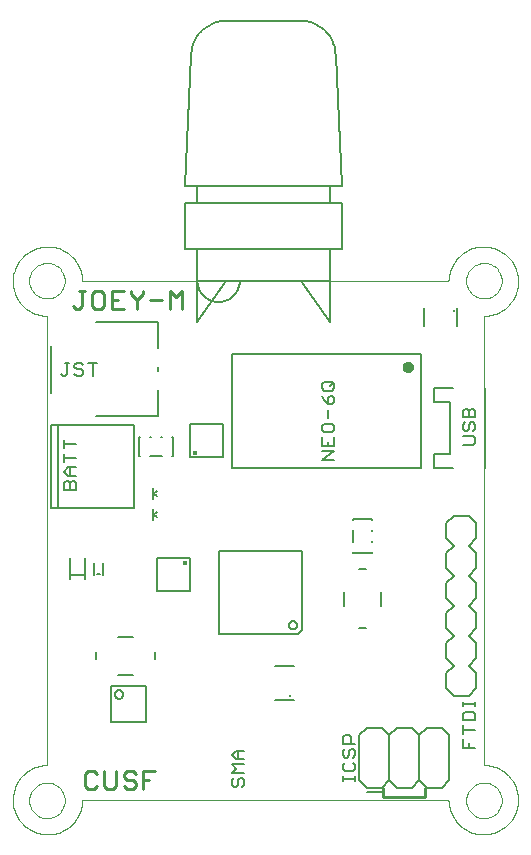
<source format=gto>
G75*
G70*
%OFA0B0*%
%FSLAX24Y24*%
%IPPOS*%
%LPD*%
%AMOC8*
5,1,8,0,0,1.08239X$1,22.5*
%
%ADD10C,0.0000*%
%ADD11C,0.0010*%
%ADD12C,0.0110*%
%ADD13C,0.0100*%
%ADD14C,0.0080*%
%ADD15C,0.0050*%
%ADD16C,0.0060*%
%ADD17C,0.0157*%
%ADD18C,0.0157*%
%ADD19C,0.0079*%
D10*
X005877Y004927D02*
X005879Y004975D01*
X005885Y005023D01*
X005895Y005070D01*
X005908Y005116D01*
X005926Y005161D01*
X005946Y005205D01*
X005971Y005247D01*
X005999Y005286D01*
X006029Y005323D01*
X006063Y005357D01*
X006100Y005389D01*
X006138Y005418D01*
X006179Y005443D01*
X006222Y005465D01*
X006267Y005483D01*
X006313Y005497D01*
X006360Y005508D01*
X006408Y005515D01*
X006456Y005518D01*
X006504Y005517D01*
X006552Y005512D01*
X006600Y005503D01*
X006646Y005491D01*
X006691Y005474D01*
X006735Y005454D01*
X006777Y005431D01*
X006817Y005404D01*
X006855Y005374D01*
X006890Y005341D01*
X006922Y005305D01*
X006952Y005267D01*
X006978Y005226D01*
X007000Y005183D01*
X007020Y005139D01*
X007035Y005094D01*
X007047Y005047D01*
X007055Y004999D01*
X007059Y004951D01*
X007059Y004903D01*
X007055Y004855D01*
X007047Y004807D01*
X007035Y004760D01*
X007020Y004715D01*
X007000Y004671D01*
X006978Y004628D01*
X006952Y004587D01*
X006922Y004549D01*
X006890Y004513D01*
X006855Y004480D01*
X006817Y004450D01*
X006777Y004423D01*
X006735Y004400D01*
X006691Y004380D01*
X006646Y004363D01*
X006600Y004351D01*
X006552Y004342D01*
X006504Y004337D01*
X006456Y004336D01*
X006408Y004339D01*
X006360Y004346D01*
X006313Y004357D01*
X006267Y004371D01*
X006222Y004389D01*
X006179Y004411D01*
X006138Y004436D01*
X006100Y004465D01*
X006063Y004497D01*
X006029Y004531D01*
X005999Y004568D01*
X005971Y004607D01*
X005946Y004649D01*
X005926Y004693D01*
X005908Y004738D01*
X005895Y004784D01*
X005885Y004831D01*
X005879Y004879D01*
X005877Y004927D01*
X005877Y022250D02*
X005879Y022298D01*
X005885Y022346D01*
X005895Y022393D01*
X005908Y022439D01*
X005926Y022484D01*
X005946Y022528D01*
X005971Y022570D01*
X005999Y022609D01*
X006029Y022646D01*
X006063Y022680D01*
X006100Y022712D01*
X006138Y022741D01*
X006179Y022766D01*
X006222Y022788D01*
X006267Y022806D01*
X006313Y022820D01*
X006360Y022831D01*
X006408Y022838D01*
X006456Y022841D01*
X006504Y022840D01*
X006552Y022835D01*
X006600Y022826D01*
X006646Y022814D01*
X006691Y022797D01*
X006735Y022777D01*
X006777Y022754D01*
X006817Y022727D01*
X006855Y022697D01*
X006890Y022664D01*
X006922Y022628D01*
X006952Y022590D01*
X006978Y022549D01*
X007000Y022506D01*
X007020Y022462D01*
X007035Y022417D01*
X007047Y022370D01*
X007055Y022322D01*
X007059Y022274D01*
X007059Y022226D01*
X007055Y022178D01*
X007047Y022130D01*
X007035Y022083D01*
X007020Y022038D01*
X007000Y021994D01*
X006978Y021951D01*
X006952Y021910D01*
X006922Y021872D01*
X006890Y021836D01*
X006855Y021803D01*
X006817Y021773D01*
X006777Y021746D01*
X006735Y021723D01*
X006691Y021703D01*
X006646Y021686D01*
X006600Y021674D01*
X006552Y021665D01*
X006504Y021660D01*
X006456Y021659D01*
X006408Y021662D01*
X006360Y021669D01*
X006313Y021680D01*
X006267Y021694D01*
X006222Y021712D01*
X006179Y021734D01*
X006138Y021759D01*
X006100Y021788D01*
X006063Y021820D01*
X006029Y021854D01*
X005999Y021891D01*
X005971Y021930D01*
X005946Y021972D01*
X005926Y022016D01*
X005908Y022061D01*
X005895Y022107D01*
X005885Y022154D01*
X005879Y022202D01*
X005877Y022250D01*
X020444Y022250D02*
X020446Y022298D01*
X020452Y022346D01*
X020462Y022393D01*
X020475Y022439D01*
X020493Y022484D01*
X020513Y022528D01*
X020538Y022570D01*
X020566Y022609D01*
X020596Y022646D01*
X020630Y022680D01*
X020667Y022712D01*
X020705Y022741D01*
X020746Y022766D01*
X020789Y022788D01*
X020834Y022806D01*
X020880Y022820D01*
X020927Y022831D01*
X020975Y022838D01*
X021023Y022841D01*
X021071Y022840D01*
X021119Y022835D01*
X021167Y022826D01*
X021213Y022814D01*
X021258Y022797D01*
X021302Y022777D01*
X021344Y022754D01*
X021384Y022727D01*
X021422Y022697D01*
X021457Y022664D01*
X021489Y022628D01*
X021519Y022590D01*
X021545Y022549D01*
X021567Y022506D01*
X021587Y022462D01*
X021602Y022417D01*
X021614Y022370D01*
X021622Y022322D01*
X021626Y022274D01*
X021626Y022226D01*
X021622Y022178D01*
X021614Y022130D01*
X021602Y022083D01*
X021587Y022038D01*
X021567Y021994D01*
X021545Y021951D01*
X021519Y021910D01*
X021489Y021872D01*
X021457Y021836D01*
X021422Y021803D01*
X021384Y021773D01*
X021344Y021746D01*
X021302Y021723D01*
X021258Y021703D01*
X021213Y021686D01*
X021167Y021674D01*
X021119Y021665D01*
X021071Y021660D01*
X021023Y021659D01*
X020975Y021662D01*
X020927Y021669D01*
X020880Y021680D01*
X020834Y021694D01*
X020789Y021712D01*
X020746Y021734D01*
X020705Y021759D01*
X020667Y021788D01*
X020630Y021820D01*
X020596Y021854D01*
X020566Y021891D01*
X020538Y021930D01*
X020513Y021972D01*
X020493Y022016D01*
X020475Y022061D01*
X020462Y022107D01*
X020452Y022154D01*
X020446Y022202D01*
X020444Y022250D01*
X020444Y004927D02*
X020446Y004975D01*
X020452Y005023D01*
X020462Y005070D01*
X020475Y005116D01*
X020493Y005161D01*
X020513Y005205D01*
X020538Y005247D01*
X020566Y005286D01*
X020596Y005323D01*
X020630Y005357D01*
X020667Y005389D01*
X020705Y005418D01*
X020746Y005443D01*
X020789Y005465D01*
X020834Y005483D01*
X020880Y005497D01*
X020927Y005508D01*
X020975Y005515D01*
X021023Y005518D01*
X021071Y005517D01*
X021119Y005512D01*
X021167Y005503D01*
X021213Y005491D01*
X021258Y005474D01*
X021302Y005454D01*
X021344Y005431D01*
X021384Y005404D01*
X021422Y005374D01*
X021457Y005341D01*
X021489Y005305D01*
X021519Y005267D01*
X021545Y005226D01*
X021567Y005183D01*
X021587Y005139D01*
X021602Y005094D01*
X021614Y005047D01*
X021622Y004999D01*
X021626Y004951D01*
X021626Y004903D01*
X021622Y004855D01*
X021614Y004807D01*
X021602Y004760D01*
X021587Y004715D01*
X021567Y004671D01*
X021545Y004628D01*
X021519Y004587D01*
X021489Y004549D01*
X021457Y004513D01*
X021422Y004480D01*
X021384Y004450D01*
X021344Y004423D01*
X021302Y004400D01*
X021258Y004380D01*
X021213Y004363D01*
X021167Y004351D01*
X021119Y004342D01*
X021071Y004337D01*
X021023Y004336D01*
X020975Y004339D01*
X020927Y004346D01*
X020880Y004357D01*
X020834Y004371D01*
X020789Y004389D01*
X020746Y004411D01*
X020705Y004436D01*
X020667Y004465D01*
X020630Y004497D01*
X020596Y004531D01*
X020566Y004568D01*
X020538Y004607D01*
X020513Y004649D01*
X020493Y004693D01*
X020475Y004738D01*
X020462Y004784D01*
X020452Y004831D01*
X020446Y004879D01*
X020444Y004927D01*
D11*
X019854Y004927D02*
X007649Y004927D01*
X007649Y004928D02*
X007646Y004860D01*
X007638Y004793D01*
X007627Y004726D01*
X007612Y004660D01*
X007593Y004595D01*
X007571Y004531D01*
X007544Y004469D01*
X007514Y004408D01*
X007481Y004349D01*
X007444Y004292D01*
X007404Y004238D01*
X007361Y004186D01*
X007315Y004136D01*
X007266Y004089D01*
X007214Y004045D01*
X007160Y004005D01*
X007104Y003967D01*
X007046Y003933D01*
X006985Y003902D01*
X006923Y003875D01*
X006860Y003852D01*
X006795Y003832D01*
X006729Y003816D01*
X006663Y003804D01*
X006595Y003796D01*
X006528Y003792D01*
X006460Y003791D01*
X006392Y003795D01*
X006325Y003803D01*
X006258Y003814D01*
X006193Y003830D01*
X006128Y003849D01*
X006064Y003872D01*
X006002Y003899D01*
X005941Y003929D01*
X005883Y003963D01*
X005826Y004000D01*
X005772Y004041D01*
X005720Y004084D01*
X005670Y004130D01*
X005624Y004180D01*
X005581Y004232D01*
X005540Y004286D01*
X005503Y004343D01*
X005469Y004401D01*
X005439Y004462D01*
X005412Y004524D01*
X005389Y004588D01*
X005370Y004653D01*
X005354Y004718D01*
X005343Y004785D01*
X005335Y004852D01*
X005331Y004920D01*
X005332Y004988D01*
X005336Y005055D01*
X005344Y005123D01*
X005356Y005189D01*
X005372Y005255D01*
X005392Y005320D01*
X005415Y005383D01*
X005442Y005445D01*
X005473Y005506D01*
X005507Y005564D01*
X005545Y005620D01*
X005585Y005674D01*
X005629Y005726D01*
X005676Y005775D01*
X005726Y005821D01*
X005778Y005864D01*
X005832Y005904D01*
X005889Y005941D01*
X005948Y005974D01*
X006009Y006004D01*
X006071Y006031D01*
X006135Y006053D01*
X006200Y006072D01*
X006266Y006087D01*
X006333Y006098D01*
X006400Y006106D01*
X006468Y006109D01*
X006468Y006108D02*
X006468Y021069D01*
X006400Y021072D01*
X006333Y021080D01*
X006266Y021091D01*
X006200Y021106D01*
X006135Y021125D01*
X006071Y021147D01*
X006009Y021174D01*
X005948Y021204D01*
X005889Y021237D01*
X005832Y021274D01*
X005778Y021314D01*
X005726Y021357D01*
X005676Y021403D01*
X005629Y021452D01*
X005585Y021504D01*
X005545Y021558D01*
X005507Y021614D01*
X005473Y021672D01*
X005442Y021733D01*
X005415Y021795D01*
X005392Y021858D01*
X005372Y021923D01*
X005356Y021989D01*
X005344Y022055D01*
X005336Y022123D01*
X005332Y022190D01*
X005331Y022258D01*
X005335Y022326D01*
X005343Y022393D01*
X005354Y022460D01*
X005370Y022525D01*
X005389Y022590D01*
X005412Y022654D01*
X005439Y022716D01*
X005469Y022777D01*
X005503Y022835D01*
X005540Y022892D01*
X005581Y022946D01*
X005624Y022998D01*
X005670Y023048D01*
X005720Y023094D01*
X005772Y023137D01*
X005826Y023178D01*
X005883Y023215D01*
X005941Y023249D01*
X006002Y023279D01*
X006064Y023306D01*
X006128Y023329D01*
X006193Y023348D01*
X006258Y023364D01*
X006325Y023375D01*
X006392Y023383D01*
X006460Y023387D01*
X006528Y023386D01*
X006595Y023382D01*
X006663Y023374D01*
X006729Y023362D01*
X006795Y023346D01*
X006860Y023326D01*
X006923Y023303D01*
X006985Y023276D01*
X007046Y023245D01*
X007104Y023211D01*
X007160Y023173D01*
X007214Y023133D01*
X007266Y023089D01*
X007315Y023042D01*
X007361Y022992D01*
X007404Y022940D01*
X007444Y022886D01*
X007481Y022829D01*
X007514Y022770D01*
X007544Y022709D01*
X007571Y022647D01*
X007593Y022583D01*
X007612Y022518D01*
X007627Y022452D01*
X007638Y022385D01*
X007646Y022318D01*
X007649Y022250D01*
X019854Y022250D01*
X019857Y022318D01*
X019865Y022385D01*
X019876Y022452D01*
X019891Y022518D01*
X019910Y022583D01*
X019932Y022647D01*
X019959Y022709D01*
X019989Y022770D01*
X020022Y022829D01*
X020059Y022886D01*
X020099Y022940D01*
X020142Y022992D01*
X020188Y023042D01*
X020237Y023089D01*
X020289Y023133D01*
X020343Y023173D01*
X020399Y023211D01*
X020457Y023245D01*
X020518Y023276D01*
X020580Y023303D01*
X020643Y023326D01*
X020708Y023346D01*
X020774Y023362D01*
X020840Y023374D01*
X020908Y023382D01*
X020975Y023386D01*
X021043Y023387D01*
X021111Y023383D01*
X021178Y023375D01*
X021245Y023364D01*
X021310Y023348D01*
X021375Y023329D01*
X021439Y023306D01*
X021501Y023279D01*
X021562Y023249D01*
X021620Y023215D01*
X021677Y023178D01*
X021731Y023137D01*
X021783Y023094D01*
X021833Y023048D01*
X021879Y022998D01*
X021922Y022946D01*
X021963Y022892D01*
X022000Y022835D01*
X022034Y022777D01*
X022064Y022716D01*
X022091Y022654D01*
X022114Y022590D01*
X022133Y022525D01*
X022149Y022460D01*
X022160Y022393D01*
X022168Y022326D01*
X022172Y022258D01*
X022171Y022190D01*
X022167Y022123D01*
X022159Y022055D01*
X022147Y021989D01*
X022131Y021923D01*
X022111Y021858D01*
X022088Y021795D01*
X022061Y021733D01*
X022030Y021672D01*
X021996Y021614D01*
X021958Y021558D01*
X021918Y021504D01*
X021874Y021452D01*
X021827Y021403D01*
X021777Y021357D01*
X021725Y021314D01*
X021671Y021274D01*
X021614Y021237D01*
X021555Y021204D01*
X021494Y021174D01*
X021432Y021147D01*
X021368Y021125D01*
X021303Y021106D01*
X021237Y021091D01*
X021170Y021080D01*
X021103Y021072D01*
X021035Y021069D01*
X021035Y006108D01*
X021035Y006109D02*
X021103Y006106D01*
X021170Y006098D01*
X021237Y006087D01*
X021303Y006072D01*
X021368Y006053D01*
X021432Y006031D01*
X021494Y006004D01*
X021555Y005974D01*
X021614Y005941D01*
X021671Y005904D01*
X021725Y005864D01*
X021777Y005821D01*
X021827Y005775D01*
X021874Y005726D01*
X021918Y005674D01*
X021958Y005620D01*
X021996Y005564D01*
X022030Y005506D01*
X022061Y005445D01*
X022088Y005383D01*
X022111Y005320D01*
X022131Y005255D01*
X022147Y005189D01*
X022159Y005123D01*
X022167Y005055D01*
X022171Y004988D01*
X022172Y004920D01*
X022168Y004852D01*
X022160Y004785D01*
X022149Y004718D01*
X022133Y004653D01*
X022114Y004588D01*
X022091Y004524D01*
X022064Y004462D01*
X022034Y004401D01*
X022000Y004343D01*
X021963Y004286D01*
X021922Y004232D01*
X021879Y004180D01*
X021833Y004130D01*
X021783Y004084D01*
X021731Y004041D01*
X021677Y004000D01*
X021620Y003963D01*
X021562Y003929D01*
X021501Y003899D01*
X021439Y003872D01*
X021375Y003849D01*
X021310Y003830D01*
X021245Y003814D01*
X021178Y003803D01*
X021111Y003795D01*
X021043Y003791D01*
X020975Y003792D01*
X020908Y003796D01*
X020840Y003804D01*
X020774Y003816D01*
X020708Y003832D01*
X020643Y003852D01*
X020580Y003875D01*
X020518Y003902D01*
X020457Y003933D01*
X020399Y003967D01*
X020343Y004005D01*
X020289Y004045D01*
X020237Y004089D01*
X020188Y004136D01*
X020142Y004186D01*
X020099Y004238D01*
X020059Y004292D01*
X020022Y004349D01*
X019989Y004408D01*
X019959Y004469D01*
X019932Y004531D01*
X019910Y004595D01*
X019891Y004660D01*
X019876Y004726D01*
X019865Y004793D01*
X019857Y004860D01*
X019854Y004928D01*
D12*
X010069Y005892D02*
X009675Y005892D01*
X009675Y005301D01*
X009425Y005400D02*
X009326Y005301D01*
X009129Y005301D01*
X009031Y005400D01*
X009129Y005597D02*
X009326Y005597D01*
X009425Y005498D01*
X009425Y005400D01*
X009675Y005597D02*
X009872Y005597D01*
X009425Y005793D02*
X009326Y005892D01*
X009129Y005892D01*
X009031Y005793D01*
X009031Y005695D01*
X009129Y005597D01*
X008780Y005400D02*
X008780Y005892D01*
X008780Y005400D02*
X008682Y005301D01*
X008485Y005301D01*
X008386Y005400D01*
X008386Y005892D01*
X008135Y005793D02*
X008037Y005892D01*
X007840Y005892D01*
X007742Y005793D01*
X007742Y005400D01*
X007840Y005301D01*
X008037Y005301D01*
X008135Y005400D01*
X008085Y021301D02*
X007986Y021400D01*
X007986Y021793D01*
X008085Y021892D01*
X008282Y021892D01*
X008380Y021793D01*
X008380Y021400D01*
X008282Y021301D01*
X008085Y021301D01*
X007637Y021400D02*
X007637Y021892D01*
X007539Y021892D02*
X007735Y021892D01*
X007637Y021400D02*
X007539Y021301D01*
X007440Y021301D01*
X007342Y021400D01*
X008631Y021301D02*
X009025Y021301D01*
X008828Y021597D02*
X008631Y021597D01*
X008631Y021892D02*
X008631Y021301D01*
X008631Y021892D02*
X009025Y021892D01*
X009275Y021892D02*
X009275Y021793D01*
X009472Y021597D01*
X009472Y021301D01*
X009472Y021597D02*
X009669Y021793D01*
X009669Y021892D01*
X009920Y021597D02*
X010314Y021597D01*
X010565Y021892D02*
X010565Y021301D01*
X010958Y021301D02*
X010958Y021892D01*
X010761Y021695D01*
X010565Y021892D01*
D13*
X017687Y005346D02*
X017687Y005046D01*
X019087Y005046D01*
X019087Y005346D01*
D14*
X019137Y005346D02*
X019637Y005346D01*
X019887Y005596D01*
X019887Y007096D01*
X019637Y007346D01*
X019137Y007346D01*
X018887Y007096D01*
X018887Y005596D01*
X019137Y005346D01*
X018887Y005596D02*
X018637Y005346D01*
X018137Y005346D01*
X017887Y005596D01*
X017887Y007096D01*
X018137Y007346D01*
X018637Y007346D01*
X018887Y007096D01*
X017887Y007096D02*
X017637Y007346D01*
X017137Y007346D01*
X016887Y007096D01*
X016887Y005596D01*
X017137Y005346D01*
X017637Y005346D01*
X017887Y005596D01*
X017637Y005214D02*
X017137Y005214D01*
X016747Y005586D02*
X016747Y005726D01*
X016747Y005656D02*
X016326Y005656D01*
X016326Y005586D02*
X016326Y005726D01*
X016397Y005893D02*
X016677Y005893D01*
X016747Y005963D01*
X016747Y006103D01*
X016677Y006173D01*
X016677Y006354D02*
X016747Y006424D01*
X016747Y006564D01*
X016677Y006634D01*
X016607Y006634D01*
X016537Y006564D01*
X016537Y006424D01*
X016467Y006354D01*
X016397Y006354D01*
X016326Y006424D01*
X016326Y006564D01*
X016397Y006634D01*
X016326Y006814D02*
X016326Y007024D01*
X016397Y007094D01*
X016537Y007094D01*
X016607Y007024D01*
X016607Y006814D01*
X016747Y006814D02*
X016326Y006814D01*
X016397Y006173D02*
X016326Y006103D01*
X016326Y005963D01*
X016397Y005893D01*
X013047Y005847D02*
X012626Y005847D01*
X012767Y005987D01*
X012626Y006127D01*
X013047Y006127D01*
X013047Y006307D02*
X012767Y006307D01*
X012626Y006447D01*
X012767Y006587D01*
X013047Y006587D01*
X012837Y006587D02*
X012837Y006307D01*
X012907Y005666D02*
X012977Y005666D01*
X013047Y005596D01*
X013047Y005456D01*
X012977Y005386D01*
X012837Y005456D02*
X012837Y005596D01*
X012907Y005666D01*
X012697Y005666D02*
X012626Y005596D01*
X012626Y005456D01*
X012697Y005386D01*
X012767Y005386D01*
X012837Y005456D01*
X010071Y009628D02*
X010071Y009864D01*
X009323Y010376D02*
X008851Y010376D01*
X008103Y009864D02*
X008103Y009628D01*
X008851Y009116D02*
X009323Y009116D01*
X010136Y011895D02*
X010136Y012997D01*
X011238Y012997D01*
X011238Y011895D01*
X010136Y011895D01*
X010020Y014265D02*
X010020Y014446D01*
X010142Y014538D01*
X010020Y014627D02*
X010020Y014446D01*
X010026Y014436D02*
X010142Y014360D01*
X010020Y014965D02*
X010020Y015146D01*
X010142Y015238D01*
X010020Y015327D02*
X010020Y015146D01*
X010026Y015136D02*
X010142Y015060D01*
X011236Y016364D02*
X011236Y017466D01*
X012338Y017466D01*
X012338Y016364D01*
X011236Y016364D01*
X008128Y019507D02*
X007848Y019507D01*
X007988Y019507D02*
X007988Y019086D01*
X007667Y019156D02*
X007597Y019086D01*
X007457Y019086D01*
X007387Y019156D01*
X007457Y019296D02*
X007597Y019296D01*
X007667Y019226D01*
X007667Y019156D01*
X007457Y019296D02*
X007387Y019366D01*
X007387Y019437D01*
X007457Y019507D01*
X007597Y019507D01*
X007667Y019437D01*
X007207Y019507D02*
X007067Y019507D01*
X007137Y019507D02*
X007137Y019156D01*
X007067Y019086D01*
X006997Y019086D01*
X006927Y019156D01*
X007026Y016948D02*
X007026Y016667D01*
X007026Y016808D02*
X007447Y016808D01*
X007447Y016347D02*
X007026Y016347D01*
X007026Y016207D02*
X007026Y016487D01*
X007167Y016027D02*
X007026Y015887D01*
X007167Y015747D01*
X007447Y015747D01*
X007377Y015566D02*
X007447Y015496D01*
X007447Y015286D01*
X007026Y015286D01*
X007026Y015496D01*
X007097Y015566D01*
X007167Y015566D01*
X007237Y015496D01*
X007237Y015286D01*
X007237Y015496D02*
X007307Y015566D01*
X007377Y015566D01*
X007237Y015747D02*
X007237Y016027D01*
X007167Y016027D02*
X007447Y016027D01*
X007231Y013001D02*
X007231Y012449D01*
X007743Y012449D01*
X007743Y013001D01*
X007743Y012449D02*
X007743Y012292D01*
X007231Y012292D02*
X007231Y012449D01*
X015626Y016286D02*
X016047Y016566D01*
X015626Y016566D01*
X015626Y016747D02*
X016047Y016747D01*
X016047Y017027D01*
X015977Y017207D02*
X015697Y017207D01*
X015626Y017277D01*
X015626Y017417D01*
X015697Y017487D01*
X015977Y017487D01*
X016047Y017417D01*
X016047Y017277D01*
X015977Y017207D01*
X015837Y016887D02*
X015837Y016747D01*
X015626Y016747D02*
X015626Y017027D01*
X015837Y017667D02*
X015837Y017948D01*
X015837Y018128D02*
X015837Y018338D01*
X015907Y018408D01*
X015977Y018408D01*
X016047Y018338D01*
X016047Y018198D01*
X015977Y018128D01*
X015837Y018128D01*
X015697Y018268D01*
X015626Y018408D01*
X015697Y018588D02*
X015626Y018658D01*
X015626Y018798D01*
X015697Y018868D01*
X015977Y018868D01*
X016047Y018798D01*
X016047Y018658D01*
X015977Y018588D01*
X015697Y018588D01*
X015907Y018728D02*
X016047Y018868D01*
X016047Y016286D02*
X015626Y016286D01*
X016869Y012631D02*
X017105Y012631D01*
X017617Y011882D02*
X017617Y011410D01*
X017105Y010662D02*
X016869Y010662D01*
X016357Y011410D02*
X016357Y011882D01*
X019365Y016008D02*
X019365Y016480D01*
X019916Y016480D01*
X019916Y018212D01*
X019365Y018212D01*
X019365Y018685D01*
X019995Y018685D01*
X020397Y017987D02*
X020467Y017987D01*
X020537Y017917D01*
X020537Y017707D01*
X020607Y017527D02*
X020677Y017527D01*
X020747Y017457D01*
X020747Y017317D01*
X020677Y017247D01*
X020537Y017317D02*
X020537Y017457D01*
X020607Y017527D01*
X020397Y017527D02*
X020326Y017457D01*
X020326Y017317D01*
X020397Y017247D01*
X020467Y017247D01*
X020537Y017317D01*
X020677Y017066D02*
X020326Y017066D01*
X020326Y016786D02*
X020677Y016786D01*
X020747Y016856D01*
X020747Y016996D01*
X020677Y017066D01*
X020747Y017707D02*
X020326Y017707D01*
X020326Y017917D01*
X020397Y017987D01*
X020537Y017917D02*
X020607Y017987D01*
X020677Y017987D01*
X020747Y017917D01*
X020747Y017707D01*
X021058Y018685D02*
X021058Y016008D01*
X019995Y016008D02*
X019365Y016008D01*
X020037Y014415D02*
X019787Y014165D01*
X019787Y013665D01*
X020037Y013415D01*
X019787Y013165D01*
X019787Y012665D01*
X020037Y012415D01*
X019787Y012165D01*
X019787Y011665D01*
X020037Y011415D01*
X019787Y011165D01*
X019787Y010665D01*
X020037Y010415D01*
X019787Y010165D01*
X019787Y009665D01*
X020037Y009415D01*
X019787Y009165D01*
X019787Y008665D01*
X020037Y008415D01*
X020537Y008415D01*
X020787Y008665D01*
X020787Y009165D01*
X020537Y009415D01*
X020787Y009665D01*
X020787Y010165D01*
X020537Y010415D01*
X020787Y010665D01*
X020787Y011165D01*
X020537Y011415D01*
X020787Y011665D01*
X020787Y012165D01*
X020537Y012415D01*
X020787Y012665D01*
X020787Y013165D01*
X020537Y013415D01*
X020787Y013665D01*
X020787Y014165D01*
X020537Y014415D01*
X020037Y014415D01*
X020326Y008208D02*
X020326Y008067D01*
X020326Y008137D02*
X020747Y008137D01*
X020747Y008067D02*
X020747Y008208D01*
X020677Y007887D02*
X020397Y007887D01*
X020326Y007817D01*
X020326Y007607D01*
X020747Y007607D01*
X020747Y007817D01*
X020677Y007887D01*
X020326Y007427D02*
X020326Y007147D01*
X020326Y007287D02*
X020747Y007287D01*
X020537Y006826D02*
X020537Y006686D01*
X020747Y006686D02*
X020326Y006686D01*
X020326Y006966D01*
D15*
X018933Y016002D02*
X018933Y019805D01*
X012634Y019805D01*
X012634Y016002D01*
X018933Y016002D01*
X015911Y020880D02*
X014927Y022246D01*
X015911Y022246D01*
X015911Y020880D01*
X015911Y022246D02*
X015911Y023317D01*
X011462Y023317D01*
X011462Y022246D01*
X011462Y020880D01*
X012447Y022246D01*
X014927Y022246D01*
X016305Y023317D02*
X016305Y024829D01*
X015911Y024829D01*
X015911Y025419D01*
X016305Y025419D02*
X016088Y029762D01*
X016089Y029762D02*
X016087Y029829D01*
X016081Y029895D01*
X016072Y029961D01*
X016058Y030026D01*
X016041Y030091D01*
X016020Y030154D01*
X015995Y030216D01*
X015967Y030276D01*
X015935Y030335D01*
X015900Y030392D01*
X015862Y030446D01*
X015821Y030499D01*
X015777Y030548D01*
X015729Y030596D01*
X015680Y030640D01*
X015627Y030681D01*
X015573Y030719D01*
X015516Y030754D01*
X015457Y030786D01*
X015397Y030814D01*
X015335Y030839D01*
X015272Y030860D01*
X015207Y030877D01*
X015142Y030891D01*
X015076Y030900D01*
X015010Y030906D01*
X014943Y030908D01*
X012431Y030908D01*
X012364Y030906D01*
X012298Y030900D01*
X012232Y030891D01*
X012167Y030877D01*
X012102Y030860D01*
X012039Y030839D01*
X011977Y030814D01*
X011917Y030786D01*
X011858Y030754D01*
X011801Y030719D01*
X011747Y030681D01*
X011694Y030640D01*
X011645Y030596D01*
X011597Y030548D01*
X011553Y030499D01*
X011512Y030446D01*
X011474Y030392D01*
X011439Y030335D01*
X011407Y030276D01*
X011379Y030216D01*
X011354Y030154D01*
X011333Y030091D01*
X011316Y030026D01*
X011302Y029961D01*
X011293Y029895D01*
X011287Y029829D01*
X011285Y029762D01*
X011069Y025419D01*
X016305Y025419D01*
X015911Y024829D02*
X011462Y024829D01*
X011462Y025419D01*
X011462Y024829D02*
X011069Y024829D01*
X011069Y023317D01*
X016305Y023317D01*
X012447Y022246D02*
X011462Y022246D01*
X011482Y022246D02*
X011484Y022194D01*
X011490Y022143D01*
X011499Y022092D01*
X011512Y022042D01*
X011529Y021993D01*
X011549Y021945D01*
X011573Y021899D01*
X011600Y021855D01*
X011630Y021813D01*
X011663Y021773D01*
X011699Y021736D01*
X011737Y021701D01*
X011778Y021669D01*
X011822Y021641D01*
X011867Y021615D01*
X011914Y021593D01*
X011962Y021575D01*
X012012Y021560D01*
X012062Y021549D01*
X012113Y021541D01*
X012165Y021537D01*
X012217Y021537D01*
X012269Y021541D01*
X012320Y021549D01*
X012370Y021560D01*
X012420Y021575D01*
X012468Y021593D01*
X012515Y021615D01*
X012560Y021641D01*
X012604Y021669D01*
X012645Y021701D01*
X012683Y021736D01*
X012719Y021773D01*
X012752Y021813D01*
X012782Y021855D01*
X012809Y021899D01*
X012833Y021945D01*
X012853Y021993D01*
X012870Y022042D01*
X012883Y022092D01*
X012892Y022143D01*
X012898Y022194D01*
X012900Y022246D01*
X010158Y020878D02*
X010158Y020012D01*
X010158Y019382D02*
X010158Y019224D01*
X010158Y018594D02*
X010158Y017728D01*
X008111Y017728D01*
X009365Y017424D02*
X006845Y017424D01*
X006845Y014668D01*
X006609Y014668D01*
X006609Y017424D01*
X006845Y017424D01*
X006615Y018516D02*
X006615Y020090D01*
X008111Y020878D02*
X010158Y020878D01*
X009365Y017424D02*
X009365Y014668D01*
X006845Y014668D01*
X008029Y012843D02*
X008029Y012449D01*
X008147Y012489D02*
X008226Y012489D01*
X008344Y012449D02*
X008344Y012843D01*
X008596Y008737D02*
X009777Y008737D01*
X009777Y007556D01*
X008596Y007556D01*
X008596Y008737D01*
X008730Y008461D02*
X008732Y008484D01*
X008738Y008507D01*
X008747Y008529D01*
X008760Y008548D01*
X008776Y008565D01*
X008794Y008580D01*
X008815Y008591D01*
X008837Y008599D01*
X008860Y008603D01*
X008884Y008603D01*
X008907Y008599D01*
X008929Y008591D01*
X008950Y008580D01*
X008968Y008565D01*
X008984Y008548D01*
X008997Y008529D01*
X009006Y008507D01*
X009012Y008484D01*
X009014Y008461D01*
X009012Y008438D01*
X009006Y008415D01*
X008997Y008393D01*
X008984Y008374D01*
X008968Y008357D01*
X008950Y008342D01*
X008929Y008331D01*
X008907Y008323D01*
X008884Y008319D01*
X008860Y008319D01*
X008837Y008323D01*
X008815Y008331D01*
X008794Y008342D01*
X008776Y008357D01*
X008760Y008374D01*
X008747Y008393D01*
X008738Y008415D01*
X008732Y008438D01*
X008730Y008461D01*
D16*
X012207Y010466D02*
X012207Y013226D01*
X014967Y013226D01*
X014967Y010606D01*
X014827Y010466D01*
X012207Y010466D01*
X014079Y009406D02*
X014694Y009406D01*
X014694Y008286D02*
X014079Y008286D01*
X014526Y010766D02*
X014528Y010789D01*
X014534Y010812D01*
X014543Y010833D01*
X014556Y010853D01*
X014572Y010870D01*
X014590Y010884D01*
X014610Y010895D01*
X014632Y010903D01*
X014655Y010907D01*
X014679Y010907D01*
X014702Y010903D01*
X014724Y010895D01*
X014744Y010884D01*
X014762Y010870D01*
X014778Y010853D01*
X014791Y010833D01*
X014800Y010812D01*
X014806Y010789D01*
X014808Y010766D01*
X014806Y010743D01*
X014800Y010720D01*
X014791Y010699D01*
X014778Y010679D01*
X014762Y010662D01*
X014744Y010648D01*
X014724Y010637D01*
X014702Y010629D01*
X014679Y010625D01*
X014655Y010625D01*
X014632Y010629D01*
X014610Y010637D01*
X014590Y010648D01*
X014572Y010662D01*
X014556Y010679D01*
X014543Y010699D01*
X014534Y010720D01*
X014528Y010743D01*
X014526Y010766D01*
X016668Y013186D02*
X016668Y013223D01*
X016668Y013186D02*
X017306Y013186D01*
X017306Y013223D01*
X017306Y013541D02*
X017306Y013578D01*
X017306Y013915D02*
X017306Y013952D01*
X017306Y014269D02*
X017306Y014306D01*
X016668Y014306D01*
X016668Y014269D01*
X016668Y013952D02*
X016668Y013541D01*
X019027Y020739D02*
X019027Y021354D01*
X020147Y021354D02*
X020147Y020739D01*
X010666Y017034D02*
X010666Y016396D01*
X010629Y016396D01*
X010311Y016396D02*
X009900Y016396D01*
X009583Y016396D02*
X009546Y016396D01*
X009546Y017034D01*
X009583Y017034D01*
X009900Y017034D02*
X009937Y017034D01*
X010274Y017034D02*
X010311Y017034D01*
X010629Y017034D02*
X010666Y017034D01*
D17*
X018398Y019376D02*
X018400Y019395D01*
X018405Y019414D01*
X018415Y019430D01*
X018427Y019445D01*
X018442Y019457D01*
X018458Y019467D01*
X018477Y019472D01*
X018496Y019474D01*
X018515Y019472D01*
X018534Y019467D01*
X018550Y019457D01*
X018565Y019445D01*
X018577Y019430D01*
X018587Y019414D01*
X018592Y019395D01*
X018594Y019376D01*
X018592Y019357D01*
X018587Y019338D01*
X018577Y019322D01*
X018565Y019307D01*
X018550Y019295D01*
X018534Y019285D01*
X018515Y019280D01*
X018496Y019278D01*
X018477Y019280D01*
X018458Y019285D01*
X018442Y019295D01*
X018427Y019307D01*
X018415Y019322D01*
X018405Y019338D01*
X018400Y019357D01*
X018398Y019376D01*
D18*
X011393Y016521D03*
X011081Y012840D03*
D19*
X014584Y008394D03*
X020040Y021243D03*
M02*

</source>
